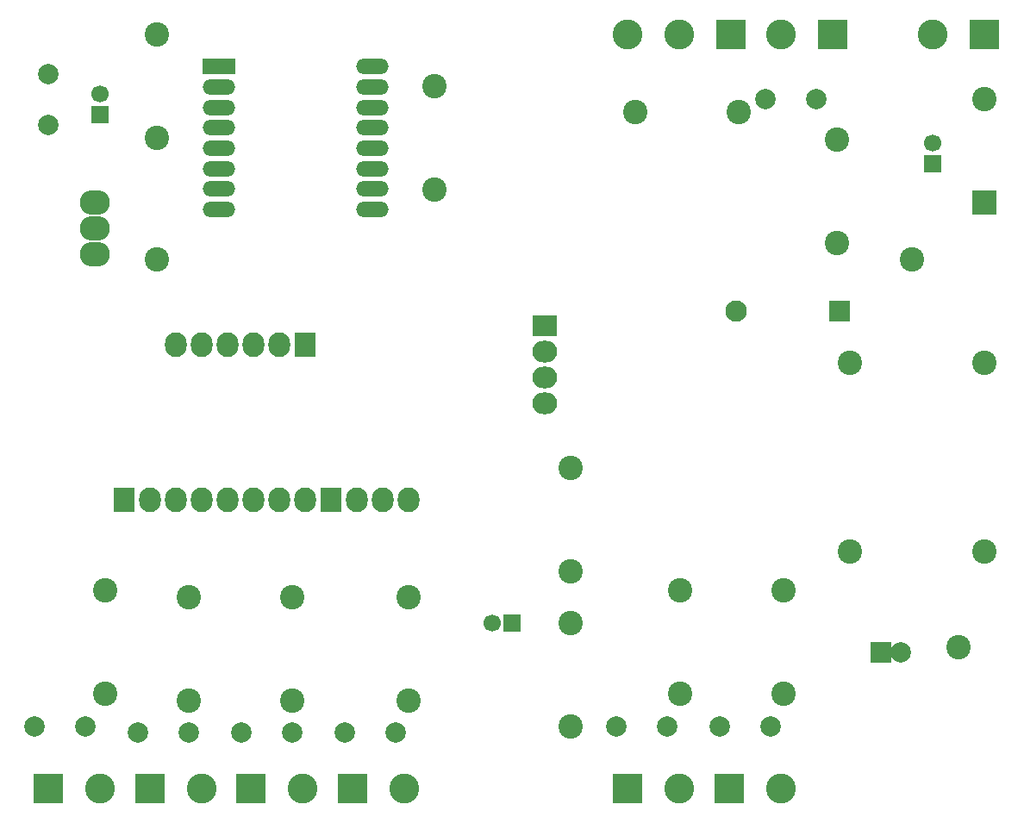
<source format=gbr>
G04 #@! TF.FileFunction,Soldermask,Bot*
%FSLAX46Y46*%
G04 Gerber Fmt 4.6, Leading zero omitted, Abs format (unit mm)*
G04 Created by KiCad (PCBNEW 4.0.7-e2-6376~58~ubuntu16.04.1) date Fri Nov 17 11:26:19 2017*
%MOMM*%
%LPD*%
G01*
G04 APERTURE LIST*
%ADD10C,0.100000*%
%ADD11C,2.400000*%
%ADD12R,2.940000X2.940000*%
%ADD13C,2.940000*%
%ADD14C,2.398980*%
%ADD15R,2.127200X2.432000*%
%ADD16O,2.127200X2.432000*%
%ADD17O,2.940000X2.432000*%
%ADD18R,3.200000X1.500000*%
%ADD19O,3.200000X1.500000*%
%ADD20R,1.700000X1.700000*%
%ADD21C,1.700000*%
%ADD22R,2.400000X2.400000*%
%ADD23C,2.099260*%
%ADD24R,2.099260X2.099260*%
%ADD25R,2.432000X2.127200*%
%ADD26O,2.432000X2.127200*%
%ADD27C,2.000000*%
%ADD28R,2.000000X2.000000*%
G04 APERTURE END LIST*
D10*
D11*
X172212000Y-100330000D03*
X185420000Y-100330000D03*
X172212000Y-81788000D03*
X185420000Y-81788000D03*
D12*
X160360000Y-123600000D03*
D13*
X165440000Y-123600000D03*
D14*
X165735000Y-114300000D03*
X165735000Y-104140000D03*
D12*
X170540000Y-49500000D03*
D13*
X165460000Y-49500000D03*
D12*
X185465000Y-49525000D03*
D13*
X180385000Y-49525000D03*
D12*
X160580000Y-49525000D03*
D13*
X155500000Y-49525000D03*
X150420000Y-49525000D03*
D15*
X121285000Y-95250000D03*
D16*
X123825000Y-95250000D03*
X126365000Y-95250000D03*
X128905000Y-95250000D03*
D17*
X98044000Y-68580000D03*
X98044000Y-66040000D03*
X98044000Y-71120000D03*
D18*
X110300000Y-52700000D03*
D19*
X110300000Y-54700000D03*
X110300000Y-56700000D03*
X110300000Y-58700000D03*
X110300000Y-60700000D03*
X110300000Y-62700000D03*
X110300000Y-64700000D03*
X110300000Y-66700000D03*
X125300000Y-66700000D03*
X125300000Y-64700000D03*
X125300000Y-62700000D03*
X125300000Y-60700000D03*
X125300000Y-58700000D03*
X125300000Y-56700000D03*
X125300000Y-54700000D03*
X125300000Y-52700000D03*
D20*
X139065000Y-107315000D03*
D21*
X137065000Y-107315000D03*
D20*
X180340000Y-62230000D03*
D21*
X180340000Y-60230000D03*
D20*
X98552000Y-57404000D03*
D21*
X98552000Y-55404000D03*
D11*
X185417460Y-55879480D03*
D22*
X185417460Y-66039480D03*
D23*
X161035480Y-76710540D03*
D24*
X171195480Y-76710540D03*
D12*
X93460000Y-123600000D03*
D13*
X98540000Y-123600000D03*
D12*
X150360000Y-123600000D03*
D13*
X155440000Y-123600000D03*
D12*
X103460000Y-123600000D03*
D13*
X108540000Y-123600000D03*
D12*
X113360000Y-123600000D03*
D13*
X118440000Y-123600000D03*
D12*
X123360000Y-123600000D03*
D13*
X128440000Y-123600000D03*
D15*
X100965000Y-95250000D03*
D16*
X103505000Y-95250000D03*
X106045000Y-95250000D03*
X108585000Y-95250000D03*
X111125000Y-95250000D03*
X113665000Y-95250000D03*
X116205000Y-95250000D03*
X118745000Y-95250000D03*
D25*
X142240000Y-78105000D03*
D26*
X142240000Y-80645000D03*
X142240000Y-83185000D03*
X142240000Y-85725000D03*
D15*
X118745000Y-80010000D03*
D16*
X116205000Y-80010000D03*
X113665000Y-80010000D03*
X111125000Y-80010000D03*
X108585000Y-80010000D03*
X106045000Y-80010000D03*
D14*
X144780000Y-92075000D03*
X144780000Y-102235000D03*
X171000000Y-70000000D03*
X171000000Y-59840000D03*
X144780000Y-107315000D03*
X144780000Y-117475000D03*
X155575000Y-114300000D03*
X155575000Y-104140000D03*
X107315000Y-114935000D03*
X107315000Y-104775000D03*
X117475000Y-114935000D03*
X117475000Y-104775000D03*
X151130000Y-57150000D03*
X161290000Y-57150000D03*
X131445000Y-64770000D03*
X131445000Y-54610000D03*
X104140000Y-59690000D03*
X104140000Y-49530000D03*
X178308000Y-71628000D03*
X104140000Y-71628000D03*
X99060000Y-114300000D03*
X99060000Y-104140000D03*
X128905000Y-114935000D03*
X128905000Y-104775000D03*
D27*
X97155000Y-117475000D03*
X92155000Y-117475000D03*
X154305000Y-117475000D03*
X149305000Y-117475000D03*
X93472000Y-58420000D03*
X93472000Y-53420000D03*
X107315000Y-118110000D03*
X102315000Y-118110000D03*
X164465000Y-117475000D03*
X159465000Y-117475000D03*
X117475000Y-118110000D03*
X112475000Y-118110000D03*
X127635000Y-118110000D03*
X122635000Y-118110000D03*
X168910000Y-55880000D03*
X163910000Y-55880000D03*
D14*
X182880000Y-109728000D03*
D28*
X175260000Y-110236000D03*
D27*
X177260000Y-110236000D03*
M02*

</source>
